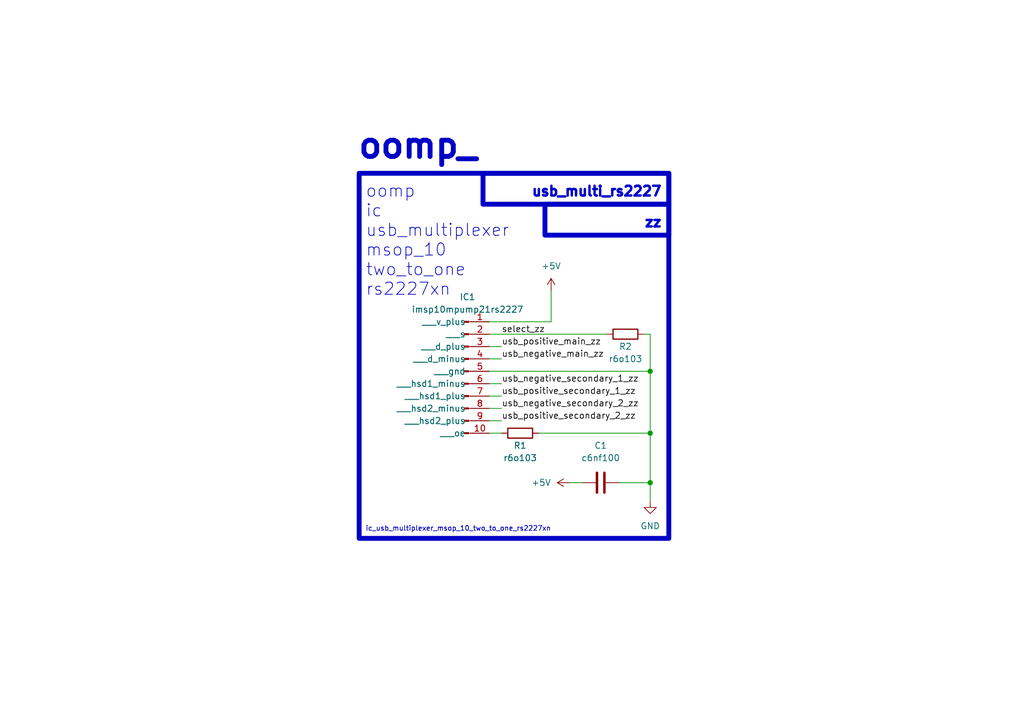
<source format=kicad_sch>
(kicad_sch (version 20230121) (generator eeschema)
  (paper "A5")
  (lib_symbols
    (symbol "oomlout_oomp_part_symbols:c6nf100_electronic_capacitor_0603_100_nano_farad" (pin_numbers hide) (pin_names (offset 0.254))
      (property "Reference" "C" (at 0.635 2.54 0))
      (property "Value" "c6nf100_electronic_capacitor_0603_100_nano_farad" (at 0.635 -2.54 0))
      (symbol "c6nf100_electronic_capacitor_0603_100_nano_farad_0_1"
        (polyline (pts (xy -2.032 -0.762) (xy 2.032 -0.762)) (stroke (width 0.508)))
        (polyline (pts (xy -2.032 0.762) (xy 2.032 0.762)) (stroke (width 0.508)))
      )
      (symbol "c6nf100_electronic_capacitor_0603_100_nano_farad_1_1"
        (pin passive line (at 0 3.81 270) (length 2.794) (name "~") (number "1"))
        (pin passive line (at 0 -3.81 90) (length 2.794) (name "~") (number "2"))
      )
    )
    (symbol "oomlout_oomp_part_symbols:imsp10mpump21rs2227_electronic_ic_msop_10_multiplexer_usb_multiplexer_two_to_one_jiangsu_runic_tech_rs2227xn" (pin_names (offset 1.016))
      (property "Reference" "U" (at 0 12.7 0))
      (property "Value" "imsp10mpump21rs2227_electronic_ic_msop_10_multiplexer_usb_multiplexer_two_to_one_jiangsu_runic_tech_rs2227xn" (at 0 -15.24 0))
      (symbol "imsp10mpump21rs2227_electronic_ic_msop_10_multiplexer_usb_multiplexer_two_to_one_jiangsu_runic_tech_rs2227xn_1_1"
        (polyline (pts (xy 1.27 -12.7) (xy 0.8636 -12.7)) (stroke (width 0.1524)))
        (polyline (pts (xy 1.27 -10.16) (xy 0.8636 -10.16)) (stroke (width 0.1524)))
        (polyline (pts (xy 1.27 -7.62) (xy 0.8636 -7.62)) (stroke (width 0.1524)))
        (polyline (pts (xy 1.27 -5.08) (xy 0.8636 -5.08)) (stroke (width 0.1524)))
        (polyline (pts (xy 1.27 -2.54) (xy 0.8636 -2.54)) (stroke (width 0.1524)))
        (polyline (pts (xy 1.27 0) (xy 0.8636 0)) (stroke (width 0.1524)))
        (polyline (pts (xy 1.27 2.54) (xy 0.8636 2.54)) (stroke (width 0.1524)))
        (polyline (pts (xy 1.27 5.08) (xy 0.8636 5.08)) (stroke (width 0.1524)))
        (polyline (pts (xy 1.27 7.62) (xy 0.8636 7.62)) (stroke (width 0.1524)))
        (polyline (pts (xy 1.27 10.16) (xy 0.8636 10.16)) (stroke (width 0.1524)))
        (rectangle (start 0.8636 -12.573) (end 0 -12.827) (stroke (width 0.1524)) (fill (type outline)))
        (rectangle (start 0.8636 -10.033) (end 0 -10.287) (stroke (width 0.1524)) (fill (type outline)))
        (rectangle (start 0.8636 -7.493) (end 0 -7.747) (stroke (width 0.1524)) (fill (type outline)))
        (rectangle (start 0.8636 -4.953) (end 0 -5.207) (stroke (width 0.1524)) (fill (type outline)))
        (rectangle (start 0.8636 -2.413) (end 0 -2.667) (stroke (width 0.1524)) (fill (type outline)))
        (rectangle (start 0.8636 0.127) (end 0 -0.127) (stroke (width 0.1524)) (fill (type outline)))
        (rectangle (start 0.8636 2.667) (end 0 2.413) (stroke (width 0.1524)) (fill (type outline)))
        (rectangle (start 0.8636 5.207) (end 0 4.953) (stroke (width 0.1524)) (fill (type outline)))
        (rectangle (start 0.8636 7.747) (end 0 7.493) (stroke (width 0.1524)) (fill (type outline)))
        (rectangle (start 0.8636 10.287) (end 0 10.033) (stroke (width 0.1524)) (fill (type outline)))
        (pin passive line (at 5.08 10.16 180) (length 3.81) (name "___v_plus") (number "1"))
        (pin passive line (at 5.08 -12.7 180) (length 3.81) (name "___oe") (number "10"))
        (pin passive line (at 5.08 7.62 180) (length 3.81) (name "___s") (number "2"))
        (pin passive line (at 5.08 5.08 180) (length 3.81) (name "___d_plus") (number "3"))
        (pin passive line (at 5.08 2.54 180) (length 3.81) (name "___d_minus") (number "4"))
        (pin passive line (at 5.08 0 180) (length 3.81) (name "___gnd") (number "5"))
        (pin passive line (at 5.08 -2.54 180) (length 3.81) (name "___hsd1_minus") (number "6"))
        (pin passive line (at 5.08 -5.08 180) (length 3.81) (name "___hsd1_plus") (number "7"))
        (pin passive line (at 5.08 -7.62 180) (length 3.81) (name "___hsd2_minus") (number "8"))
        (pin passive line (at 5.08 -10.16 180) (length 3.81) (name "___hsd2_plus") (number "9"))
      )
    )
    (symbol "oomlout_oomp_part_symbols:r6o103_electronic_resistor_0603_10000_ohm" (pin_numbers hide) (pin_names (offset 0))
      (property "Reference" "R" (at 2.032 0 90))
      (property "Value" "r6o103_electronic_resistor_0603_10000_ohm" (at 0 0 90))
      (symbol "r6o103_electronic_resistor_0603_10000_ohm_0_1"
        (rectangle (start -1.016 -2.54) (end 1.016 2.54) (stroke (width 0.254)))
      )
      (symbol "r6o103_electronic_resistor_0603_10000_ohm_1_1"
        (pin passive line (at 0 3.81 270) (length 1.27) (name "~") (number "1"))
        (pin passive line (at 0 -3.81 90) (length 1.27) (name "~") (number "2"))
      )
    )
    (symbol "power:+5V" (power) (pin_names (offset 0))
      (property "Value" "+5V" (at 0 3.556 0))
      (symbol "+5V_0_1"
        (polyline (pts (xy -0.762 1.27) (xy 0 2.54)))
        (polyline (pts (xy 0 0) (xy 0 2.54)))
        (polyline (pts (xy 0 2.54) (xy 0.762 1.27)))
      )
      (symbol "+5V_1_1"
        (pin power_in line (at 0 0 90) (length 0) hide (name "+5V") (number "1"))
      )
    )
    (symbol "power:GND" (power) (pin_names (offset 0))
      (property "Value" "GND" (at 0 -3.81 0))
      (symbol "GND_0_1"
        (polyline (pts (xy 0 0) (xy 0 -1.27) (xy 1.27 -1.27) (xy 0 -2.54) (xy -1.27 -1.27) (xy 0 -1.27)))
      )
      (symbol "GND_1_1"
        (pin power_in line (at 0 0 270) (length 0) hide (name "GND") (number "1"))
      )
    )
  )
  (junction (at 133.35 88.9))
  (junction (at 133.35 76.2))
  (junction (at 133.35 99.06))
  (wire (pts (xy 133.35 99.06) (xy 133.35 102.87)))
  (wire (pts (xy 100.33 68.58) (xy 124.46 68.58)))
  (wire (pts (xy 113.03 66.04) (xy 100.33 66.04)))
  (wire (pts (xy 133.35 68.58) (xy 133.35 76.2)))
  (wire (pts (xy 116.84 99.06) (xy 119.38 99.06)))
  (wire (pts (xy 100.33 86.36) (xy 102.87 86.36)))
  (wire (pts (xy 100.33 81.28) (xy 102.87 81.28)))
  (wire (pts (xy 110.49 88.9) (xy 133.35 88.9)))
  (wire (pts (xy 100.33 83.82) (xy 102.87 83.82)))
  (wire (pts (xy 100.33 71.12) (xy 102.87 71.12)))
  (wire (pts (xy 113.03 59.69) (xy 113.03 66.04)))
  (wire (pts (xy 133.35 88.9) (xy 133.35 99.06)))
  (wire (pts (xy 127 99.06) (xy 133.35 99.06)))
  (wire (pts (xy 100.33 78.74) (xy 102.87 78.74)))
  (wire (pts (xy 133.35 76.2) (xy 133.35 88.9)))
  (wire (pts (xy 132.08 68.58) (xy 133.35 68.58)))
  (wire (pts (xy 100.33 76.2) (xy 133.35 76.2)))
  (wire (pts (xy 100.33 88.9) (xy 102.87 88.9)))
  (wire (pts (xy 100.33 73.66) (xy 102.87 73.66)))
  (rectangle (start 111.76 41.91) (end 137.16 48.26) (stroke (width 1)))
  (rectangle (start 99.06 35.56) (end 137.16 41.91) (stroke (width 1)))
  (rectangle (start 73.66 35.56) (end 137.16 110.49) (stroke (width 1)))
  (text "oomp_" (at 73.025 33.02 0) (effects (font (size 5 5) (thickness 1) bold) (justify left bottom)))
  (text "oomp\nic\nusb_multiplexer\nmsop_10\ntwo_to_one\nrs2227xn" (at 74.93 60.96 0) (effects (font (size 2.5 2.5)) (justify left bottom)))
  (text "ic_usb_multiplexer_msop_10_two_to_one_rs2227xn" (at 74.93 109.22 0) (effects (font (size 1 1)) (justify left bottom)))
  (text "usb_multi_rs2227" (at 135.89 40.64 0) (effects (font (size 2 2) (thickness 0.8) bold) (justify right bottom)))
  (text "zz" (at 135.89 46.99 0) (effects (font (size 2 2) (thickness 0.8) bold) (justify right bottom)))
  (label "usb_positive_secondary_1_zz" (at 102.87 81.28 0))
  (label "usb_negative_main_zz" (at 102.87 73.66 0))
  (label "usb_negative_secondary_1_zz" (at 102.87 78.74 0))
  (label "usb_positive_secondary_2_zz" (at 102.87 86.36 0))
  (label "usb_negative_secondary_2_zz" (at 102.87 83.82 0))
  (label "usb_positive_main_zz" (at 102.87 71.12 0))
  (label "select_zz" (at 102.87 68.58 0))
  (symbol (lib_id "oomlout_oomp_part_symbols:r6o103_electronic_resistor_0603_10000_ohm") (at 128.27 68.58 90) (unit 1)
    (property "Reference" "R2" (at 128.27 71.12 90))
    (property "Value" "r6o103" (at 128.27 73.66 90))
    (property "Footprint" "oomlout_oomp_part_footprints:r6o103_electronic_resistor_0603_10000_ohm" (effects hide))
    (property "Datasheet" "https://github.com/oomlout/oomlout_oomp_v3/parts/electronic_resistor_0603_10000_ohm/datasheet.pdf" (effects hide))
  )
  (symbol (lib_id "oomlout_oomp_part_symbols:imsp10mpump21rs2227_electronic_ic_msop_10_multiplexer_usb_multiplexer_two_to_one_jiangsu_runic_tech_rs2227xn") (at 95.25 76.2 0) (unit 1)
    (property "Reference" "IC1" (at 95.885 60.96 0))
    (property "Value" "imsp10mpump21rs2227" (at 95.885 63.5 0))
    (property "Footprint" "oomlout_oomp_part_footprints:imsp10mpump21rs2227_electronic_ic_msop_10_multiplexer_usb_multiplexer_two_to_one_jiangsu_runic_tech_rs2227xn" (effects hide))
    (property "Datasheet" "https://github.com/oomlout/oomlout_oomp_v3/parts/electronic_ic_msop_10_multiplexer_usb_multiplexer_two_to_one_jiangsu_runic_tech_rs2227xn/datasheet.pdf" (effects hide))
  )
  (symbol (lib_id "power:+5V") (at 116.84 99.06 90) (unit 1)
    (property "Reference" "#PWR02" (effects hide))
    (property "Value" "+5V" (at 113.03 99.06 90) (effects (justify left)))
  )
  (symbol (lib_id "oomlout_oomp_part_symbols:r6o103_electronic_resistor_0603_10000_ohm") (at 106.68 88.9 90) (unit 1)
    (property "Reference" "R1" (at 106.68 91.44 90))
    (property "Value" "r6o103" (at 106.68 93.98 90))
    (property "Footprint" "oomlout_oomp_part_footprints:r6o103_electronic_resistor_0603_10000_ohm" (effects hide))
    (property "Datasheet" "https://github.com/oomlout/oomlout_oomp_v3/parts/electronic_resistor_0603_10000_ohm/datasheet.pdf" (effects hide))
  )
  (symbol (lib_id "oomlout_oomp_part_symbols:c6nf100_electronic_capacitor_0603_100_nano_farad") (at 123.19 99.06 90) (unit 1)
    (property "Reference" "C1" (at 123.19 91.44 90))
    (property "Value" "c6nf100" (at 123.19 93.98 90))
    (property "Footprint" "oomlout_oomp_part_footprints:c6nf100_electronic_capacitor_0603_100_nano_farad" (effects hide))
    (property "Datasheet" "https://github.com/oomlout/oomlout_oomp_v3/parts/electronic_capacitor_0603_100_nano_farad/datasheet.pdf" (effects hide))
  )
  (symbol (lib_id "power:+5V") (at 113.03 59.69 0) (unit 1)
    (property "Reference" "#PWR01" (effects hide))
    (property "Value" "+5V" (at 113.03 54.61 0))
  )
  (symbol (lib_id "power:GND") (at 133.35 102.87 0) (unit 1)
    (property "Reference" "#PWR03" (effects hide))
    (property "Value" "GND" (at 133.35 107.95 0))
  )
)
</source>
